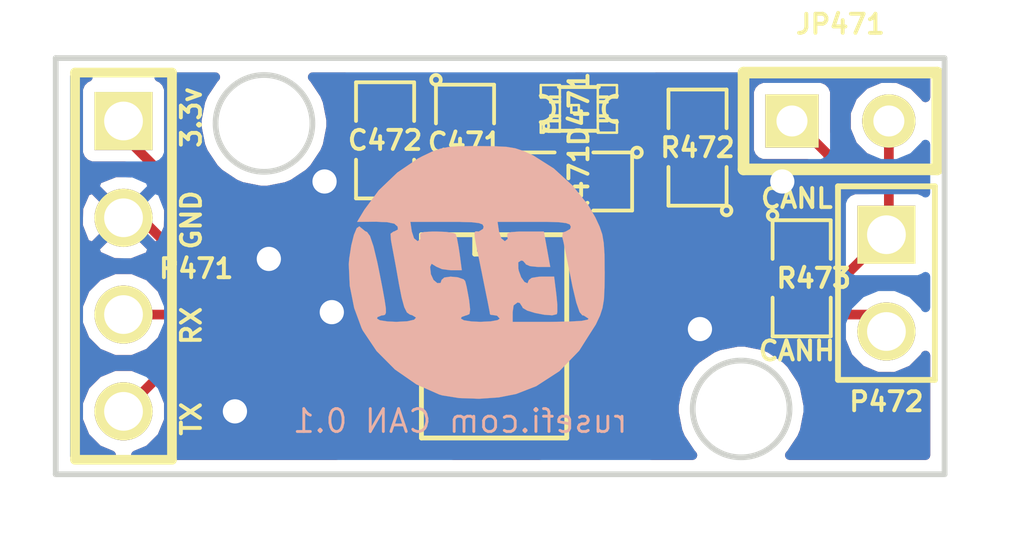
<source format=kicad_pcb>
(kicad_pcb (version 3) (host pcbnew "(2013-07-07 BZR 4022)-stable")

  (general
    (links 18)
    (no_connects 0)
    (area 133.1722 175.8569 160.147001 190.754001)
    (thickness 1.6)
    (drawings 10)
    (tracks 93)
    (zones 0)
    (modules 11)
    (nets 10)
  )

  (page A4)
  (title_block 
    (comment 2 Art_Electro)
    (comment 3 Art_Electro)
    (comment 4 Art_Electro)
  )

  (layers
    (15 F.Cu signal)
    (0 B.Cu signal)
    (16 B.Adhes user)
    (17 F.Adhes user)
    (18 B.Paste user)
    (19 F.Paste user)
    (20 B.SilkS user)
    (21 F.SilkS user)
    (22 B.Mask user)
    (23 F.Mask user)
    (24 Dwgs.User user)
    (25 Cmts.User user)
    (26 Eco1.User user)
    (27 Eco2.User user)
    (28 Edge.Cuts user)
  )

  (setup
    (last_trace_width 0.254)
    (trace_clearance 0.2032)
    (zone_clearance 0.3)
    (zone_45_only no)
    (trace_min 0.254)
    (segment_width 0.2)
    (edge_width 0.15)
    (via_size 0.889)
    (via_drill 0.635)
    (via_min_size 0.889)
    (via_min_drill 0.508)
    (uvia_size 0.508)
    (uvia_drill 0.127)
    (uvias_allowed no)
    (uvia_min_size 0.508)
    (uvia_min_drill 0.127)
    (pcb_text_width 0.3)
    (pcb_text_size 1 1)
    (mod_edge_width 0.15)
    (mod_text_size 1 1)
    (mod_text_width 0.15)
    (pad_size 1 1)
    (pad_drill 0.6)
    (pad_to_mask_clearance 0)
    (aux_axis_origin 0 0)
    (visible_elements 7FFFFB3F)
    (pcbplotparams
      (layerselection 284983297)
      (usegerberextensions true)
      (excludeedgelayer true)
      (linewidth 0.150000)
      (plotframeref false)
      (viasonmask false)
      (mode 1)
      (useauxorigin false)
      (hpglpennumber 1)
      (hpglpenspeed 20)
      (hpglpendiameter 15)
      (hpglpenoverlay 2)
      (psnegative false)
      (psa4output false)
      (plotreference true)
      (plotvalue false)
      (plotothertext true)
      (plotinvisibletext false)
      (padsonsilk false)
      (subtractmaskfromsilk false)
      (outputformat 1)
      (mirror false)
      (drillshape 0)
      (scaleselection 1)
      (outputdirectory gerber))
  )

  (net 0 "")
  (net 1 /3.3V)
  (net 2 /CANH)
  (net 3 /CANL)
  (net 4 /CAN_RX)
  (net 5 /CAN_TX)
  (net 6 GND)
  (net 7 N-0000010)
  (net 8 N-000007)
  (net 9 N-000008)

  (net_class Default "Это класс цепей по умолчанию."
    (clearance 0.2032)
    (trace_width 0.254)
    (via_dia 0.889)
    (via_drill 0.635)
    (uvia_dia 0.508)
    (uvia_drill 0.127)
    (add_net "")
    (add_net /3.3V)
    (add_net /CANH)
    (add_net /CANL)
    (add_net /CAN_RX)
    (add_net /CAN_TX)
    (add_net GND)
    (add_net N-0000010)
    (add_net N-000007)
    (add_net N-000008)
  )

  (module SM0805 (layer F.Cu) (tedit 52BF06C3) (tstamp 52A5B484)
    (at 145.4785 180.086 270)
    (path /52CAD8F7)
    (attr smd)
    (fp_text reference C471 (at 0 0 360) (layer F.SilkS)
      (effects (font (size 0.50038 0.50038) (thickness 0.1016)))
    )
    (fp_text value .1uF (at 0.127 0.889 270) (layer F.SilkS) hide
      (effects (font (size 0.50038 0.50038) (thickness 0.10922)))
    )
    (fp_circle (center -1.651 0.762) (end -1.651 0.635) (layer F.SilkS) (width 0.09906))
    (fp_line (start -0.508 0.762) (end -1.524 0.762) (layer F.SilkS) (width 0.09906))
    (fp_line (start -1.524 0.762) (end -1.524 -0.762) (layer F.SilkS) (width 0.09906))
    (fp_line (start -1.524 -0.762) (end -0.508 -0.762) (layer F.SilkS) (width 0.09906))
    (fp_line (start 0.508 -0.762) (end 1.524 -0.762) (layer F.SilkS) (width 0.09906))
    (fp_line (start 1.524 -0.762) (end 1.524 0.762) (layer F.SilkS) (width 0.09906))
    (fp_line (start 1.524 0.762) (end 0.508 0.762) (layer F.SilkS) (width 0.09906))
    (pad 1 smd rect (at -0.9525 0 270) (size 0.889 1.397)
      (layers F.Cu F.Paste F.Mask)
      (net 6 GND)
    )
    (pad 2 smd rect (at 0.9525 0 270) (size 0.889 1.397)
      (layers F.Cu F.Paste F.Mask)
      (net 1 /3.3V)
    )
    (model smd/chip_cms.wrl
      (at (xyz 0 0 0))
      (scale (xyz 0.1 0.1 0.1))
      (rotate (xyz 0 0 0))
    )
  )

  (module SM0805 (layer F.Cu) (tedit 52BF06B2) (tstamp 52A5B491)
    (at 143.383 180.0225 90)
    (path /52CAD8F6)
    (attr smd)
    (fp_text reference C472 (at 0 0 180) (layer F.SilkS)
      (effects (font (size 0.50038 0.50038) (thickness 0.1016)))
    )
    (fp_text value 4.7uF (at -0.127 1.016 90) (layer F.SilkS) hide
      (effects (font (size 0.50038 0.50038) (thickness 0.10922)))
    )
    (fp_circle (center -1.651 0.762) (end -1.651 0.635) (layer F.SilkS) (width 0.09906))
    (fp_line (start -0.508 0.762) (end -1.524 0.762) (layer F.SilkS) (width 0.09906))
    (fp_line (start -1.524 0.762) (end -1.524 -0.762) (layer F.SilkS) (width 0.09906))
    (fp_line (start -1.524 -0.762) (end -0.508 -0.762) (layer F.SilkS) (width 0.09906))
    (fp_line (start 0.508 -0.762) (end 1.524 -0.762) (layer F.SilkS) (width 0.09906))
    (fp_line (start 1.524 -0.762) (end 1.524 0.762) (layer F.SilkS) (width 0.09906))
    (fp_line (start 1.524 0.762) (end 0.508 0.762) (layer F.SilkS) (width 0.09906))
    (pad 1 smd rect (at -0.9525 0 90) (size 0.889 1.397)
      (layers F.Cu F.Paste F.Mask)
      (net 1 /3.3V)
    )
    (pad 2 smd rect (at 0.9525 0 90) (size 0.889 1.397)
      (layers F.Cu F.Paste F.Mask)
      (net 6 GND)
    )
    (model smd/chip_cms.wrl
      (at (xyz 0 0 0))
      (scale (xyz 0.1 0.1 0.1))
      (rotate (xyz 0 0 0))
    )
  )

  (module LED-0805 (layer F.Cu) (tedit 52E31BFA) (tstamp 52A5B500)
    (at 148.463 179.197 180)
    (descr "LED 0805 smd package")
    (tags "LED 0805 SMD")
    (path /52CAD8DC)
    (attr smd)
    (fp_text reference D471 (at 0 0 270) (layer F.SilkS)
      (effects (font (size 0.50038 0.50038) (thickness 0.1016)))
    )
    (fp_text value RED (at -9.144 -9.398 180) (layer F.SilkS) hide
      (effects (font (size 0.762 0.762) (thickness 0.127)))
    )
    (fp_line (start 0.49784 0.29972) (end 0.49784 0.62484) (layer F.SilkS) (width 0.06604))
    (fp_line (start 0.49784 0.62484) (end 0.99822 0.62484) (layer F.SilkS) (width 0.06604))
    (fp_line (start 0.99822 0.29972) (end 0.99822 0.62484) (layer F.SilkS) (width 0.06604))
    (fp_line (start 0.49784 0.29972) (end 0.99822 0.29972) (layer F.SilkS) (width 0.06604))
    (fp_line (start 0.49784 -0.32258) (end 0.49784 -0.17272) (layer F.SilkS) (width 0.06604))
    (fp_line (start 0.49784 -0.17272) (end 0.7493 -0.17272) (layer F.SilkS) (width 0.06604))
    (fp_line (start 0.7493 -0.32258) (end 0.7493 -0.17272) (layer F.SilkS) (width 0.06604))
    (fp_line (start 0.49784 -0.32258) (end 0.7493 -0.32258) (layer F.SilkS) (width 0.06604))
    (fp_line (start 0.49784 0.17272) (end 0.49784 0.32258) (layer F.SilkS) (width 0.06604))
    (fp_line (start 0.49784 0.32258) (end 0.7493 0.32258) (layer F.SilkS) (width 0.06604))
    (fp_line (start 0.7493 0.17272) (end 0.7493 0.32258) (layer F.SilkS) (width 0.06604))
    (fp_line (start 0.49784 0.17272) (end 0.7493 0.17272) (layer F.SilkS) (width 0.06604))
    (fp_line (start 0.49784 -0.19812) (end 0.49784 0.19812) (layer F.SilkS) (width 0.06604))
    (fp_line (start 0.49784 0.19812) (end 0.6731 0.19812) (layer F.SilkS) (width 0.06604))
    (fp_line (start 0.6731 -0.19812) (end 0.6731 0.19812) (layer F.SilkS) (width 0.06604))
    (fp_line (start 0.49784 -0.19812) (end 0.6731 -0.19812) (layer F.SilkS) (width 0.06604))
    (fp_line (start -0.99822 0.29972) (end -0.99822 0.62484) (layer F.SilkS) (width 0.06604))
    (fp_line (start -0.99822 0.62484) (end -0.49784 0.62484) (layer F.SilkS) (width 0.06604))
    (fp_line (start -0.49784 0.29972) (end -0.49784 0.62484) (layer F.SilkS) (width 0.06604))
    (fp_line (start -0.99822 0.29972) (end -0.49784 0.29972) (layer F.SilkS) (width 0.06604))
    (fp_line (start -0.99822 -0.62484) (end -0.99822 -0.29972) (layer F.SilkS) (width 0.06604))
    (fp_line (start -0.99822 -0.29972) (end -0.49784 -0.29972) (layer F.SilkS) (width 0.06604))
    (fp_line (start -0.49784 -0.62484) (end -0.49784 -0.29972) (layer F.SilkS) (width 0.06604))
    (fp_line (start -0.99822 -0.62484) (end -0.49784 -0.62484) (layer F.SilkS) (width 0.06604))
    (fp_line (start -0.7493 0.17272) (end -0.7493 0.32258) (layer F.SilkS) (width 0.06604))
    (fp_line (start -0.7493 0.32258) (end -0.49784 0.32258) (layer F.SilkS) (width 0.06604))
    (fp_line (start -0.49784 0.17272) (end -0.49784 0.32258) (layer F.SilkS) (width 0.06604))
    (fp_line (start -0.7493 0.17272) (end -0.49784 0.17272) (layer F.SilkS) (width 0.06604))
    (fp_line (start -0.7493 -0.32258) (end -0.7493 -0.17272) (layer F.SilkS) (width 0.06604))
    (fp_line (start -0.7493 -0.17272) (end -0.49784 -0.17272) (layer F.SilkS) (width 0.06604))
    (fp_line (start -0.49784 -0.32258) (end -0.49784 -0.17272) (layer F.SilkS) (width 0.06604))
    (fp_line (start -0.7493 -0.32258) (end -0.49784 -0.32258) (layer F.SilkS) (width 0.06604))
    (fp_line (start -0.6731 -0.19812) (end -0.6731 0.19812) (layer F.SilkS) (width 0.06604))
    (fp_line (start -0.6731 0.19812) (end -0.49784 0.19812) (layer F.SilkS) (width 0.06604))
    (fp_line (start -0.49784 -0.19812) (end -0.49784 0.19812) (layer F.SilkS) (width 0.06604))
    (fp_line (start -0.6731 -0.19812) (end -0.49784 -0.19812) (layer F.SilkS) (width 0.06604))
    (fp_line (start 0 -0.09906) (end 0 0.09906) (layer F.SilkS) (width 0.06604))
    (fp_line (start 0 0.09906) (end 0.19812 0.09906) (layer F.SilkS) (width 0.06604))
    (fp_line (start 0.19812 -0.09906) (end 0.19812 0.09906) (layer F.SilkS) (width 0.06604))
    (fp_line (start 0 -0.09906) (end 0.19812 -0.09906) (layer F.SilkS) (width 0.06604))
    (fp_line (start 0.49784 -0.59944) (end 0.49784 -0.29972) (layer F.SilkS) (width 0.06604))
    (fp_line (start 0.49784 -0.29972) (end 0.79756 -0.29972) (layer F.SilkS) (width 0.06604))
    (fp_line (start 0.79756 -0.59944) (end 0.79756 -0.29972) (layer F.SilkS) (width 0.06604))
    (fp_line (start 0.49784 -0.59944) (end 0.79756 -0.59944) (layer F.SilkS) (width 0.06604))
    (fp_line (start 0.92456 -0.62484) (end 0.92456 -0.39878) (layer F.SilkS) (width 0.06604))
    (fp_line (start 0.92456 -0.39878) (end 0.99822 -0.39878) (layer F.SilkS) (width 0.06604))
    (fp_line (start 0.99822 -0.62484) (end 0.99822 -0.39878) (layer F.SilkS) (width 0.06604))
    (fp_line (start 0.92456 -0.62484) (end 0.99822 -0.62484) (layer F.SilkS) (width 0.06604))
    (fp_line (start 0.52324 0.57404) (end -0.52324 0.57404) (layer F.SilkS) (width 0.1016))
    (fp_line (start -0.49784 -0.57404) (end 0.92456 -0.57404) (layer F.SilkS) (width 0.1016))
    (fp_circle (center 0.84836 -0.44958) (end 0.89916 -0.50038) (layer F.SilkS) (width 0.0508))
    (fp_arc (start 0.99822 0) (end 0.99822 0.34798) (angle 180) (layer F.SilkS) (width 0.1016))
    (fp_arc (start -0.99822 0) (end -0.99822 -0.34798) (angle 180) (layer F.SilkS) (width 0.1016))
    (pad 1 smd rect (at -1.04902 0 180) (size 1.19888 1.19888)
      (layers F.Cu F.Paste F.Mask)
      (net 7 N-0000010)
    )
    (pad 2 smd rect (at 1.04902 0 180) (size 1.19888 1.19888)
      (layers F.Cu F.Paste F.Mask)
      (net 6 GND)
    )
    (model lib/3d/LED_0805.wrl
      (at (xyz 0 0 0))
      (scale (xyz 1 1 1))
      (rotate (xyz 0 0 0))
    )
  )

  (module SM0805 (layer F.Cu) (tedit 52E31BF2) (tstamp 52CAE20D)
    (at 148.336 181.102 180)
    (path /52CAD8DB)
    (attr smd)
    (fp_text reference R471 (at -0.127 0 270) (layer F.SilkS)
      (effects (font (size 0.50038 0.50038) (thickness 0.1016)))
    )
    (fp_text value 1k (at 0 -1.143 180) (layer F.SilkS) hide
      (effects (font (size 0.50038 0.50038) (thickness 0.10922)))
    )
    (fp_circle (center -1.651 0.762) (end -1.651 0.635) (layer F.SilkS) (width 0.09906))
    (fp_line (start -0.508 0.762) (end -1.524 0.762) (layer F.SilkS) (width 0.09906))
    (fp_line (start -1.524 0.762) (end -1.524 -0.762) (layer F.SilkS) (width 0.09906))
    (fp_line (start -1.524 -0.762) (end -0.508 -0.762) (layer F.SilkS) (width 0.09906))
    (fp_line (start 0.508 -0.762) (end 1.524 -0.762) (layer F.SilkS) (width 0.09906))
    (fp_line (start 1.524 -0.762) (end 1.524 0.762) (layer F.SilkS) (width 0.09906))
    (fp_line (start 1.524 0.762) (end 0.508 0.762) (layer F.SilkS) (width 0.09906))
    (pad 1 smd rect (at -0.9525 0 180) (size 0.889 1.397)
      (layers F.Cu F.Paste F.Mask)
      (net 7 N-0000010)
    )
    (pad 2 smd rect (at 0.9525 0 180) (size 0.889 1.397)
      (layers F.Cu F.Paste F.Mask)
      (net 1 /3.3V)
    )
    (model smd/chip_cms.wrl
      (at (xyz 0 0 0))
      (scale (xyz 0.1 0.1 0.1))
      (rotate (xyz 0 0 0))
    )
  )

  (module SM0805 (layer F.Cu) (tedit 52BF0690) (tstamp 52A5B5C2)
    (at 151.5745 180.213 90)
    (path /52CADB46)
    (attr smd)
    (fp_text reference R472 (at 0 0 180) (layer F.SilkS)
      (effects (font (size 0.50038 0.50038) (thickness 0.1016)))
    )
    (fp_text value 10k (at 0 0.889 90) (layer F.SilkS) hide
      (effects (font (size 0.50038 0.50038) (thickness 0.10922)))
    )
    (fp_circle (center -1.651 0.762) (end -1.651 0.635) (layer F.SilkS) (width 0.09906))
    (fp_line (start -0.508 0.762) (end -1.524 0.762) (layer F.SilkS) (width 0.09906))
    (fp_line (start -1.524 0.762) (end -1.524 -0.762) (layer F.SilkS) (width 0.09906))
    (fp_line (start -1.524 -0.762) (end -0.508 -0.762) (layer F.SilkS) (width 0.09906))
    (fp_line (start 0.508 -0.762) (end 1.524 -0.762) (layer F.SilkS) (width 0.09906))
    (fp_line (start 1.524 -0.762) (end 1.524 0.762) (layer F.SilkS) (width 0.09906))
    (fp_line (start 1.524 0.762) (end 0.508 0.762) (layer F.SilkS) (width 0.09906))
    (pad 1 smd rect (at -0.9525 0 90) (size 0.889 1.397)
      (layers F.Cu F.Paste F.Mask)
      (net 8 N-000007)
    )
    (pad 2 smd rect (at 0.9525 0 90) (size 0.889 1.397)
      (layers F.Cu F.Paste F.Mask)
      (net 6 GND)
    )
    (model smd/chip_cms.wrl
      (at (xyz 0 0 0))
      (scale (xyz 0.1 0.1 0.1))
      (rotate (xyz 0 0 0))
    )
  )

  (module LOGO_F (layer B.Cu) (tedit 0) (tstamp 52BD6D4F)
    (at 145.796 183.515)
    (path /52CADA22)
    (fp_text reference G471 (at 0 -4.14782) (layer B.SilkS) hide
      (effects (font (size 1.524 1.524) (thickness 0.3048)) (justify mirror))
    )
    (fp_text value LOGO (at 0 4.14782) (layer B.SilkS) hide
      (effects (font (size 1.524 1.524) (thickness 0.3048)) (justify mirror))
    )
    (fp_poly (pts (xy 3.34518 -0.04318) (xy 3.3401 0.381) (xy 3.32486 0.68326) (xy 3.28676 0.90932)
      (xy 3.22326 1.1049) (xy 3.12166 1.3208) (xy 3.10896 1.3462) (xy 2.921 1.64084)
      (xy 2.921 1.18618) (xy 2.79654 1.1049) (xy 2.75844 1.09982) (xy 2.68732 1.016)
      (xy 2.60096 0.76708) (xy 2.5019 0.35052) (xy 2.46126 0.14732) (xy 2.38252 -0.24638)
      (xy 2.31394 -0.58928) (xy 2.2606 -0.84074) (xy 2.23266 -0.9525) (xy 2.2479 -1.07696)
      (xy 2.32156 -1.09982) (xy 2.4384 -1.16586) (xy 2.45618 -1.22682) (xy 2.42824 -1.28524)
      (xy 2.33172 -1.3208) (xy 2.13868 -1.34366) (xy 1.82372 -1.35382) (xy 1.49606 -1.35382)
      (xy 0.53594 -1.35382) (xy 0.57404 -1.09982) (xy 0.63246 -0.92202) (xy 0.7239 -0.84836)
      (xy 0.72644 -0.84582) (xy 0.80264 -0.90678) (xy 0.79248 -0.97536) (xy 0.79248 -1.04648)
      (xy 0.889 -1.08458) (xy 1.10744 -1.09982) (xy 1.24714 -1.09982) (xy 1.75006 -1.09982)
      (xy 1.83388 -0.635) (xy 1.9177 -0.17018) (xy 1.59258 -0.17018) (xy 1.38684 -0.1905)
      (xy 1.27508 -0.23876) (xy 1.27 -0.254) (xy 1.20142 -0.3302) (xy 1.15316 -0.33782)
      (xy 1.0795 -0.2921) (xy 1.08204 -0.127) (xy 1.0922 -0.07112) (xy 1.1557 0.1016)
      (xy 1.24206 0.22352) (xy 1.3208 0.25908) (xy 1.35382 0.1778) (xy 1.35382 0.17526)
      (xy 1.43002 0.11684) (xy 1.61544 0.08636) (xy 1.68656 0.08382) (xy 2.0193 0.08382)
      (xy 2.07772 0.55372) (xy 2.10312 0.81788) (xy 2.10312 1.01092) (xy 2.09042 1.06934)
      (xy 1.9685 1.09982) (xy 1.76022 1.08458) (xy 1.52146 1.03886) (xy 1.31318 0.97536)
      (xy 1.1938 0.90424) (xy 1.18618 0.88138) (xy 1.1176 0.7747) (xy 1.05918 0.762)
      (xy 0.95758 0.8382) (xy 0.93218 1.016) (xy 0.93218 1.27) (xy 1.95072 1.27)
      (xy 2.42062 1.26238) (xy 2.74066 1.2446) (xy 2.90322 1.21158) (xy 2.921 1.18618)
      (xy 2.921 1.64084) (xy 2.67716 2.02692) (xy 2.15646 2.5654) (xy 1.5494 2.9591)
      (xy 1.02108 3.16484) (xy 0.59182 3.24866) (xy 0.59182 1.18618) (xy 0.52324 1.10998)
      (xy 0.46482 1.09982) (xy 0.35306 1.08458) (xy 0.33782 1.06934) (xy 0.32258 0.98044)
      (xy 0.2794 0.75692) (xy 0.21336 0.4318) (xy 0.13462 0.04064) (xy 0.127 0)
      (xy 0.03556 -0.44958) (xy -0.02794 -0.75692) (xy -0.06096 -0.94996) (xy -0.06858 -1.0541)
      (xy -0.05334 -1.09728) (xy -0.01524 -1.1049) (xy 0.04318 -1.09982) (xy 0.15494 -1.1684)
      (xy 0.17018 -1.22682) (xy 0.14224 -1.28524) (xy 0.04572 -1.3208) (xy -0.14732 -1.34366)
      (xy -0.46228 -1.35382) (xy -0.78994 -1.35382) (xy -1.75006 -1.35382) (xy -1.71196 -1.09982)
      (xy -1.65354 -0.92202) (xy -1.5621 -0.84836) (xy -1.55956 -0.84582) (xy -1.48336 -0.90678)
      (xy -1.49352 -0.97282) (xy -1.49098 -1.04902) (xy -1.39446 -1.08712) (xy -1.1684 -1.09982)
      (xy -1.07188 -1.09982) (xy -0.80772 -1.08966) (xy -0.61976 -1.05918) (xy -0.56134 -1.03378)
      (xy -0.52578 -0.9144) (xy -0.48514 -0.69088) (xy -0.45974 -0.52578) (xy -0.40132 -0.08382)
      (xy -0.69342 -0.08382) (xy -0.91948 -0.11176) (xy -1.07696 -0.18034) (xy -1.08204 -0.18542)
      (xy -1.1938 -0.254) (xy -1.2319 -0.17018) (xy -1.21158 0.02032) (xy -1.143 0.17018)
      (xy -1.04394 0.254) (xy -0.95758 0.24892) (xy -0.93218 0.17018) (xy -0.86106 0.10668)
      (xy -0.69596 0.08382) (xy -0.50546 0.1016) (xy -0.35306 0.15494) (xy -0.31242 0.20066)
      (xy -0.27432 0.35052) (xy -0.2286 0.59436) (xy -0.20828 0.70866) (xy -0.18288 0.94996)
      (xy -0.20066 1.0668) (xy -0.27686 1.09982) (xy -0.28702 1.09982) (xy -0.4064 1.143)
      (xy -0.42418 1.18618) (xy -0.34544 1.22936) (xy -0.14478 1.25984) (xy 0.08382 1.27)
      (xy 0.3556 1.2573) (xy 0.53848 1.22428) (xy 0.59182 1.18618) (xy 0.59182 3.24866)
      (xy 0.5715 3.25374) (xy 0.0508 3.2893) (xy -0.4699 3.27152) (xy -0.91694 3.2004)
      (xy -0.99314 3.17754) (xy -1.59004 2.91338) (xy -2.15392 2.52222) (xy -2.63652 2.03708)
      (xy -2.99974 1.49606) (xy -3.03022 1.43256) (xy -3.22326 0.90932) (xy -3.3401 0.32258)
      (xy -3.3655 -0.2413) (xy -3.3528 -0.39624) (xy -3.29946 -0.7366) (xy -3.23088 -1.01092)
      (xy -3.15722 -1.18872) (xy -3.0861 -1.23698) (xy -3.06578 -1.21666) (xy -2.93624 -1.10998)
      (xy -2.88544 -1.08712) (xy -2.80924 -0.98298) (xy -2.7178 -0.71374) (xy -2.6162 -0.2921)
      (xy -2.57302 -0.08128) (xy -2.48158 0.38354) (xy -2.42316 0.70612) (xy -2.39268 0.9144)
      (xy -2.39014 1.03124) (xy -2.41554 1.08458) (xy -2.4638 1.09982) (xy -2.49682 1.09982)
      (xy -2.61112 1.14554) (xy -2.62382 1.18618) (xy -2.54762 1.22936) (xy -2.34696 1.25984)
      (xy -2.11582 1.27) (xy -1.8288 1.25476) (xy -1.651 1.21412) (xy -1.60274 1.15824)
      (xy -1.7018 1.09728) (xy -1.76276 1.0795) (xy -1.8415 1.02362) (xy -1.91008 0.88646)
      (xy -1.97866 0.63754) (xy -2.05486 0.25146) (xy -2.06248 0.2032) (xy -2.13106 -0.18288)
      (xy -2.19456 -0.52578) (xy -2.24282 -0.78232) (xy -2.25806 -0.86868) (xy -2.27076 -1.0414)
      (xy -2.19202 -1.09982) (xy -2.1717 -1.10236) (xy -2.07772 -1.15316) (xy -2.08534 -1.22936)
      (xy -2.1717 -1.30556) (xy -2.36728 -1.3462) (xy -2.6416 -1.35636) (xy -3.14706 -1.35382)
      (xy -2.95656 -1.67132) (xy -2.5781 -2.18186) (xy -2.09296 -2.64668) (xy -1.55702 -3.01244)
      (xy -1.44018 -3.0734) (xy -1.18618 -3.19532) (xy -0.97536 -3.27152) (xy -0.75692 -3.31724)
      (xy -0.48514 -3.33756) (xy -0.10668 -3.34264) (xy 0.04064 -3.34264) (xy 0.46482 -3.33756)
      (xy 0.76962 -3.32232) (xy 1.00076 -3.28422) (xy 1.2065 -3.21564) (xy 1.43764 -3.1115)
      (xy 1.47574 -3.09372) (xy 2.00914 -2.7559) (xy 2.50444 -2.30378) (xy 2.91592 -1.78816)
      (xy 3.10134 -1.46812) (xy 3.21056 -1.2319) (xy 3.28168 -1.02616) (xy 3.31978 -0.8001)
      (xy 3.3401 -0.50546) (xy 3.34264 -0.09398) (xy 3.34518 -0.04318) (xy 3.34518 -0.04318)) (layer B.SilkS) (width 0.00254))
  )

  (module PIN_ARRAY_4x1 (layer F.Cu) (tedit 52CAE529) (tstamp 52CAE5B8)
    (at 136.525 183.3245 270)
    (descr "Double rangee de contacts 2 x 5 pins")
    (tags CONN)
    (path /52CADBD0)
    (fp_text reference P471 (at 0.0635 -1.905 360) (layer F.SilkS)
      (effects (font (size 0.50038 0.50038) (thickness 0.1016)))
    )
    (fp_text value CONN_4 (at 0 2.54 270) (layer F.SilkS) hide
      (effects (font (size 1.016 1.016) (thickness 0.2032)))
    )
    (fp_line (start 5.08 1.27) (end -5.08 1.27) (layer F.SilkS) (width 0.254))
    (fp_line (start 5.08 -1.27) (end -5.08 -1.27) (layer F.SilkS) (width 0.254))
    (fp_line (start -5.08 -1.27) (end -5.08 1.27) (layer F.SilkS) (width 0.254))
    (fp_line (start 5.08 1.27) (end 5.08 -1.27) (layer F.SilkS) (width 0.254))
    (pad 1 thru_hole rect (at -3.81 0 270) (size 1.524 1.524) (drill 1.016)
      (layers *.Cu *.Mask F.SilkS)
      (net 1 /3.3V)
    )
    (pad 2 thru_hole circle (at -1.27 0 270) (size 1.524 1.524) (drill 1.016)
      (layers *.Cu *.Mask F.SilkS)
      (net 6 GND)
    )
    (pad 3 thru_hole circle (at 1.27 0 270) (size 1.524 1.524) (drill 1.016)
      (layers *.Cu *.Mask F.SilkS)
      (net 4 /CAN_RX)
    )
    (pad 4 thru_hole circle (at 3.81 0 270) (size 1.524 1.524) (drill 1.016)
      (layers *.Cu *.Mask F.SilkS)
      (net 5 /CAN_TX)
    )
    (model pin_array\pins_array_4x1.wrl
      (at (xyz 0 0 0))
      (scale (xyz 1 1 1))
      (rotate (xyz 0 0 0))
    )
  )

  (module PIN_ARRAY_2_A (layer F.Cu) (tedit 52CD31BA) (tstamp 52CAE14B)
    (at 156.5275 183.769 270)
    (descr "Connecter 2 pins")
    (tags "PIN 2")
    (path /52CADBC1)
    (fp_text reference P472 (at 3.1115 0 360) (layer F.SilkS)
      (effects (font (size 0.50038 0.50038) (thickness 0.1016)))
    )
    (fp_text value CONN_2 (at 0 1.905 270) (layer F.SilkS) hide
      (effects (font (size 0.762 0.762) (thickness 0.1524)))
    )
    (fp_line (start -2.54 1.27) (end -2.54 -1.27) (layer F.SilkS) (width 0.1524))
    (fp_line (start -2.54 -1.27) (end 2.54 -1.27) (layer F.SilkS) (width 0.1524))
    (fp_line (start 2.54 -1.27) (end 2.54 1.27) (layer F.SilkS) (width 0.1524))
    (fp_line (start 2.54 1.27) (end -2.54 1.27) (layer F.SilkS) (width 0.1524))
    (pad 1 thru_hole rect (at -1.27 0 270) (size 1.524 1.524) (drill 1.016)
      (layers *.Cu *.Mask F.SilkS)
      (net 3 /CANL)
    )
    (pad 2 thru_hole circle (at 1.27 0 270) (size 1.524 1.524) (drill 1.016)
      (layers *.Cu *.Mask F.SilkS)
      (net 2 /CANH)
    )
    (model pin_array/pins_array_2x1.wrl
      (at (xyz 0 0 0))
      (scale (xyz 1 1 1))
      (rotate (xyz 0 0 0))
    )
  )

  (module SO8E (layer F.Cu) (tedit 52E31C8B) (tstamp 52CAE154)
    (at 146.2405 185.166 270)
    (descr "module CMS SOJ 8 pins etroit")
    (tags "CMS SOJ")
    (path /52CD2CA4)
    (attr smd)
    (fp_text reference U471 (at 0 -0.889 360) (layer F.SilkS)
      (effects (font (size 0.50038 0.50038) (thickness 0.1016)))
    )
    (fp_text value SN65HVD230 (at 0 1.016 270) (layer F.SilkS) hide
      (effects (font (size 0.889 0.889) (thickness 0.1524)))
    )
    (fp_line (start -2.667 1.778) (end -2.667 1.905) (layer F.SilkS) (width 0.127))
    (fp_line (start -2.667 1.905) (end 2.667 1.905) (layer F.SilkS) (width 0.127))
    (fp_line (start 2.667 -1.905) (end -2.667 -1.905) (layer F.SilkS) (width 0.127))
    (fp_line (start -2.667 -1.905) (end -2.667 1.778) (layer F.SilkS) (width 0.127))
    (fp_line (start -2.667 -0.508) (end -2.159 -0.508) (layer F.SilkS) (width 0.127))
    (fp_line (start -2.159 -0.508) (end -2.159 0.508) (layer F.SilkS) (width 0.127))
    (fp_line (start -2.159 0.508) (end -2.667 0.508) (layer F.SilkS) (width 0.127))
    (fp_line (start 2.667 -1.905) (end 2.667 1.905) (layer F.SilkS) (width 0.127))
    (pad 8 smd rect (at -1.905 -2.667 270) (size 0.59944 1.39954)
      (layers F.Cu F.Paste F.Mask)
      (net 8 N-000007)
    )
    (pad 1 smd rect (at -1.905 2.667 270) (size 0.59944 1.39954)
      (layers F.Cu F.Paste F.Mask)
      (net 5 /CAN_TX)
    )
    (pad 7 smd rect (at -0.635 -2.667 270) (size 0.59944 1.39954)
      (layers F.Cu F.Paste F.Mask)
      (net 2 /CANH)
    )
    (pad 6 smd rect (at 0.635 -2.667 270) (size 0.59944 1.39954)
      (layers F.Cu F.Paste F.Mask)
      (net 3 /CANL)
    )
    (pad 5 smd rect (at 1.905 -2.667 270) (size 0.59944 1.39954)
      (layers F.Cu F.Paste F.Mask)
    )
    (pad 2 smd rect (at -0.635 2.667 270) (size 0.59944 1.39954)
      (layers F.Cu F.Paste F.Mask)
      (net 6 GND)
    )
    (pad 3 smd rect (at 0.635 2.667 270) (size 0.59944 1.39954)
      (layers F.Cu F.Paste F.Mask)
      (net 1 /3.3V)
    )
    (pad 4 smd rect (at 1.905 2.667 270) (size 0.59944 1.39954)
      (layers F.Cu F.Paste F.Mask)
      (net 4 /CAN_RX)
    )
    (model smd/cms_so8.wrl
      (at (xyz 0 0 0))
      (scale (xyz 0.5 0.32 0.5))
      (rotate (xyz 0 0 0))
    )
  )

  (module SIL-2 (layer F.Cu) (tedit 52CD2E18) (tstamp 52CD2E9F)
    (at 155.321 179.5145)
    (descr "Connecteurs 2 pins")
    (tags "CONN DEV")
    (path /52CD2DEF)
    (fp_text reference JP471 (at 0 -2.54) (layer F.SilkS)
      (effects (font (size 0.50038 0.50038) (thickness 0.1016)))
    )
    (fp_text value JUMPER (at 0 -2.54) (layer F.SilkS) hide
      (effects (font (size 1.524 1.016) (thickness 0.3048)))
    )
    (fp_line (start -2.54 1.27) (end -2.54 -1.27) (layer F.SilkS) (width 0.3048))
    (fp_line (start -2.54 -1.27) (end 2.54 -1.27) (layer F.SilkS) (width 0.3048))
    (fp_line (start 2.54 -1.27) (end 2.54 1.27) (layer F.SilkS) (width 0.3048))
    (fp_line (start 2.54 1.27) (end -2.54 1.27) (layer F.SilkS) (width 0.3048))
    (pad 1 thru_hole rect (at -1.27 0) (size 1.397 1.397) (drill 0.8128)
      (layers *.Cu *.Mask F.SilkS)
      (net 9 N-000008)
    )
    (pad 2 thru_hole circle (at 1.27 0) (size 1.397 1.397) (drill 0.8128)
      (layers *.Cu *.Mask F.SilkS)
      (net 3 /CANL)
    )
    (model lib/3d/jumper-2.wrl
      (at (xyz 0 0 0))
      (scale (xyz 1 1 1))
      (rotate (xyz 0 0 0))
    )
  )

  (module SM0805 (layer F.Cu) (tedit 52E31BC9) (tstamp 52CD2EAC)
    (at 154.305 183.642 270)
    (path /52CD2DE2)
    (attr smd)
    (fp_text reference R473 (at 0 -0.3175 360) (layer F.SilkS)
      (effects (font (size 0.50038 0.50038) (thickness 0.10922)))
    )
    (fp_text value 120 (at 0 0.381 270) (layer F.SilkS) hide
      (effects (font (size 0.50038 0.50038) (thickness 0.10922)))
    )
    (fp_circle (center -1.651 0.762) (end -1.651 0.635) (layer F.SilkS) (width 0.09906))
    (fp_line (start -0.508 0.762) (end -1.524 0.762) (layer F.SilkS) (width 0.09906))
    (fp_line (start -1.524 0.762) (end -1.524 -0.762) (layer F.SilkS) (width 0.09906))
    (fp_line (start -1.524 -0.762) (end -0.508 -0.762) (layer F.SilkS) (width 0.09906))
    (fp_line (start 0.508 -0.762) (end 1.524 -0.762) (layer F.SilkS) (width 0.09906))
    (fp_line (start 1.524 -0.762) (end 1.524 0.762) (layer F.SilkS) (width 0.09906))
    (fp_line (start 1.524 0.762) (end 0.508 0.762) (layer F.SilkS) (width 0.09906))
    (pad 1 smd rect (at -0.9525 0 270) (size 0.889 1.397)
      (layers F.Cu F.Paste F.Mask)
      (net 9 N-000008)
    )
    (pad 2 smd rect (at 0.9525 0 270) (size 0.889 1.397)
      (layers F.Cu F.Paste F.Mask)
      (net 2 /CANH)
    )
    (model smd/chip_cms.wrl
      (at (xyz 0 0 0))
      (scale (xyz 0.1 0.1 0.1))
      (rotate (xyz 0 0 0))
    )
  )

  (gr_text "rusefi.com CAN 0.1" (at 145.3515 187.3885) (layer B.SilkS)
    (effects (font (size 0.6 0.6) (thickness 0.075)) (justify mirror))
  )
  (gr_text CANL (at 154.178 181.5465) (layer F.SilkS)
    (effects (font (size 0.50038 0.50038) (thickness 0.1016)))
  )
  (gr_text CANH (at 154.178 185.547) (layer F.SilkS)
    (effects (font (size 0.50038 0.50038) (thickness 0.1016)))
  )
  (gr_text "TX    RX    GND   3.3v" (at 138.303 183.1975 90) (layer F.SilkS)
    (effects (font (size 0.50038 0.50038) (thickness 0.1016)))
  )
  (gr_line (start 158.0515 188.7855) (end 158.0515 177.927) (angle 90) (layer Edge.Cuts) (width 0.15))
  (gr_line (start 134.747 188.7855) (end 158.0515 188.7855) (angle 90) (layer Edge.Cuts) (width 0.15))
  (gr_circle (center 140.208 179.578) (end 141.478 179.578) (layer Edge.Cuts) (width 0.15))
  (gr_line (start 158.0515 177.8635) (end 134.747 177.8635) (angle 90) (layer Edge.Cuts) (width 0.15))
  (gr_line (start 134.747 177.8635) (end 134.747 188.7855) (angle 90) (layer Edge.Cuts) (width 0.15))
  (gr_circle (center 152.7175 187.071) (end 153.9875 187.071) (layer Edge.Cuts) (width 0.15))

  (segment (start 143.5735 185.801) (end 141.986 185.801) (width 0.254) (layer F.Cu) (net 1))
  (segment (start 141.6685 183.515) (end 141.6685 182.118) (width 0.254) (layer F.Cu) (net 1) (tstamp 52CAEBE8))
  (segment (start 141.1605 184.023) (end 141.6685 183.515) (width 0.254) (layer F.Cu) (net 1) (tstamp 52CAEBE2))
  (segment (start 141.1605 184.9755) (end 141.1605 184.023) (width 0.254) (layer F.Cu) (net 1) (tstamp 52CAEBDC))
  (segment (start 141.986 185.801) (end 141.1605 184.9755) (width 0.254) (layer F.Cu) (net 1) (tstamp 52CAEBD8))
  (segment (start 136.525 179.5145) (end 136.525 179.8955) (width 0.254) (layer F.Cu) (net 1))
  (segment (start 142.24 182.118) (end 143.383 180.975) (width 0.254) (layer F.Cu) (net 1) (tstamp 52CAE72A))
  (segment (start 138.7475 182.118) (end 141.6685 182.118) (width 0.254) (layer F.Cu) (net 1) (tstamp 52CAE728))
  (segment (start 141.6685 182.118) (end 142.24 182.118) (width 0.254) (layer F.Cu) (net 1) (tstamp 52CAEBEC))
  (segment (start 136.525 179.8955) (end 138.7475 182.118) (width 0.254) (layer F.Cu) (net 1) (tstamp 52CAE727))
  (segment (start 145.4785 181.0385) (end 143.4465 181.0385) (width 0.254) (layer F.Cu) (net 1))
  (segment (start 143.4465 181.0385) (end 143.383 180.975) (width 0.254) (layer F.Cu) (net 1) (tstamp 52CAE5D4))
  (segment (start 147.3835 181.102) (end 145.542 181.102) (width 0.254) (layer F.Cu) (net 1))
  (segment (start 145.542 181.102) (end 145.4785 181.0385) (width 0.254) (layer F.Cu) (net 1) (tstamp 52CAE5D1))
  (segment (start 150.6855 184.404) (end 150.698202 184.404) (width 0.254) (layer F.Cu) (net 2))
  (segment (start 147.574 185.039) (end 147.574 187.6425) (width 0.254) (layer F.Cu) (net 2) (tstamp 52CAEE2D))
  (segment (start 147.574 187.6425) (end 147.8915 187.96) (width 0.254) (layer F.Cu) (net 2) (tstamp 52CAEE2F))
  (segment (start 147.8915 187.96) (end 149.9235 187.96) (width 0.254) (layer F.Cu) (net 2) (tstamp 52CAEE31))
  (segment (start 149.9235 187.96) (end 150.241 187.6425) (width 0.254) (layer F.Cu) (net 2) (tstamp 52CAEE34))
  (segment (start 150.241 187.6425) (end 150.241 185.928) (width 0.254) (layer F.Cu) (net 2) (tstamp 52CAEE37))
  (segment (start 150.241 185.928) (end 150.6855 185.4835) (width 0.254) (layer F.Cu) (net 2) (tstamp 52CAEE3C))
  (segment (start 150.6855 185.4835) (end 150.6855 184.404) (width 0.254) (layer F.Cu) (net 2) (tstamp 52CAEE3F))
  (segment (start 148.082 184.531) (end 147.574 185.039) (width 0.254) (layer F.Cu) (net 2) (tstamp 52CAEE29))
  (segment (start 148.9075 184.531) (end 148.082 184.531) (width 0.254) (layer F.Cu) (net 2))
  (segment (start 153.746202 184.035702) (end 154.305 184.5945) (width 0.254) (layer F.Cu) (net 2) (tstamp 52CD3153))
  (segment (start 151.0665 184.035702) (end 153.746202 184.035702) (width 0.254) (layer F.Cu) (net 2) (tstamp 52CD314F))
  (segment (start 150.698202 184.404) (end 151.0665 184.035702) (width 0.254) (layer F.Cu) (net 2) (tstamp 52CD314C))
  (segment (start 154.305 184.5945) (end 156.083 184.5945) (width 0.254) (layer F.Cu) (net 2))
  (segment (start 156.083 184.5945) (end 156.5275 185.039) (width 0.254) (layer F.Cu) (net 2) (tstamp 52CD30A6))
  (segment (start 156.5275 182.499) (end 155.448 183.5785) (width 0.254) (layer F.Cu) (net 3))
  (segment (start 149.6695 185.801) (end 150.1775 185.293) (width 0.254) (layer F.Cu) (net 3) (tstamp 52CAEDDE))
  (segment (start 150.1775 185.293) (end 150.241 183.896) (width 0.254) (layer F.Cu) (net 3) (tstamp 52CAEDE2))
  (segment (start 149.6695 185.801) (end 148.9075 185.801) (width 0.254) (layer F.Cu) (net 3))
  (segment (start 150.697082 183.5785) (end 150.241 183.896) (width 0.254) (layer F.Cu) (net 3) (tstamp 52CD3110))
  (segment (start 155.448 183.5785) (end 150.697082 183.5785) (width 0.254) (layer F.Cu) (net 3) (tstamp 52CD310B))
  (segment (start 156.591 179.5145) (end 156.591 182.4355) (width 0.254) (layer F.Cu) (net 3))
  (segment (start 156.591 182.4355) (end 156.5275 182.499) (width 0.254) (layer F.Cu) (net 3) (tstamp 52CD309A))
  (segment (start 136.525 184.5945) (end 140.0175 184.5945) (width 0.254) (layer F.Cu) (net 4))
  (segment (start 142.494 187.071) (end 143.5735 187.071) (width 0.254) (layer F.Cu) (net 4) (tstamp 52CAEC02))
  (segment (start 140.0175 184.5945) (end 142.494 187.071) (width 0.254) (layer F.Cu) (net 4) (tstamp 52CAEBF7))
  (segment (start 143.5735 183.261) (end 144.526 183.261) (width 0.254) (layer F.Cu) (net 5))
  (segment (start 138.4935 185.166) (end 136.525 187.1345) (width 0.254) (layer F.Cu) (net 5) (tstamp 52CAECAD))
  (segment (start 139.7635 185.166) (end 138.4935 185.166) (width 0.254) (layer F.Cu) (net 5) (tstamp 52CAECAB))
  (segment (start 142.5575 187.96) (end 139.7635 185.166) (width 0.254) (layer F.Cu) (net 5) (tstamp 52CAEC9F))
  (segment (start 144.7165 187.96) (end 142.5575 187.96) (width 0.254) (layer F.Cu) (net 5) (tstamp 52CAEC99))
  (segment (start 145.0975 187.579) (end 144.7165 187.96) (width 0.254) (layer F.Cu) (net 5) (tstamp 52CAEC94))
  (segment (start 145.0975 183.8325) (end 145.0975 187.579) (width 0.254) (layer F.Cu) (net 5) (tstamp 52CAEC8B))
  (segment (start 144.526 183.261) (end 145.0975 183.8325) (width 0.254) (layer F.Cu) (net 5) (tstamp 52CAEC89))
  (segment (start 151.5745 179.2605) (end 152.527 179.2605) (width 0.254) (layer F.Cu) (net 6))
  (via (at 151.638 184.9755) (size 0.889) (layers F.Cu B.Cu) (net 6))
  (segment (start 151.638 183.261) (end 151.638 184.9755) (width 0.254) (layer B.Cu) (net 6) (tstamp 52CD3230))
  (segment (start 153.797 181.102) (end 151.638 183.261) (width 0.254) (layer B.Cu) (net 6) (tstamp 52CD322F))
  (via (at 153.797 181.102) (size 0.889) (layers F.Cu B.Cu) (net 6))
  (segment (start 153.289 181.102) (end 153.797 181.102) (width 0.254) (layer F.Cu) (net 6) (tstamp 52CD322B))
  (segment (start 152.8445 180.6575) (end 153.289 181.102) (width 0.254) (layer F.Cu) (net 6) (tstamp 52CD3228))
  (segment (start 152.8445 179.578) (end 152.8445 180.6575) (width 0.254) (layer F.Cu) (net 6) (tstamp 52CD3226))
  (segment (start 152.527 179.2605) (end 152.8445 179.578) (width 0.254) (layer F.Cu) (net 6) (tstamp 52CD3221))
  (segment (start 140.335 183.134) (end 140.335 186.2455) (width 0.254) (layer B.Cu) (net 6))
  (via (at 139.446 187.1345) (size 0.889) (layers F.Cu B.Cu) (net 6))
  (segment (start 140.335 186.2455) (end 139.446 187.1345) (width 0.254) (layer B.Cu) (net 6) (tstamp 52CAECE8))
  (segment (start 143.5735 184.531) (end 141.986 184.531) (width 0.254) (layer F.Cu) (net 6))
  (segment (start 140.589 183.134) (end 140.335 183.134) (width 0.254) (layer B.Cu) (net 6) (tstamp 52CAEBC0))
  (segment (start 141.986 184.531) (end 140.589 183.134) (width 0.254) (layer B.Cu) (net 6) (tstamp 52CAEBBF))
  (via (at 141.986 184.531) (size 0.889) (layers F.Cu B.Cu) (net 6))
  (segment (start 136.525 182.0545) (end 136.9695 182.0545) (width 0.254) (layer F.Cu) (net 6))
  (segment (start 136.9695 182.0545) (end 138.049 183.134) (width 0.254) (layer F.Cu) (net 6) (tstamp 52CAE738))
  (segment (start 138.049 183.134) (end 140.335 183.134) (width 0.254) (layer F.Cu) (net 6) (tstamp 52CAE739))
  (segment (start 143.5735 184.531) (end 143.0655 184.531) (width 0.254) (layer F.Cu) (net 6) (status 80000))
  (segment (start 140.335 183.515) (end 140.335 183.134) (width 0.254) (layer F.Cu) (net 6) (status 80000))
  (via (at 140.335 183.134) (size 0.889) (layers F.Cu B.Cu) (net 6) (status 80000))
  (segment (start 140.335 183.134) (end 142.0495 181.356) (width 0.254) (layer B.Cu) (net 6) (status 80000))
  (segment (start 143.4465 179.07) (end 143.383 179.07) (width 0.254) (layer F.Cu) (net 6) (tstamp 52CAE730) (status 80000))
  (segment (start 142.4305 180.086) (end 143.4465 179.07) (width 0.254) (layer F.Cu) (net 6) (status 80000))
  (segment (start 142.3035 180.086) (end 142.4305 180.086) (width 0.254) (layer F.Cu) (net 6) (status 80000))
  (segment (start 142.3035 180.594) (end 142.3035 180.086) (width 0.254) (layer F.Cu) (net 6) (status 80000))
  (segment (start 141.7955 181.102) (end 142.3035 180.594) (width 0.254) (layer F.Cu) (net 6) (status 80000))
  (via (at 141.7955 181.102) (size 0.889) (layers F.Cu B.Cu) (net 6) (status 80000))
  (segment (start 142.0495 181.356) (end 141.7955 181.102) (width 0.254) (layer B.Cu) (net 6) (status 80000))
  (segment (start 143.383 179.07) (end 145.3515 179.07) (width 0.254) (layer F.Cu) (net 6) (status 80000))
  (segment (start 145.3515 179.07) (end 145.4785 179.197) (width 0.254) (layer F.Cu) (net 6) (status 80000))
  (segment (start 145.4785 179.197) (end 145.4785 179.1335) (width 0.254) (layer F.Cu) (net 6) (tstamp 52CAE72F) (status 80000))
  (segment (start 145.4785 179.1335) (end 145.4785 179.197) (width 0.254) (layer F.Cu) (net 6) (status 80000))
  (segment (start 145.4785 179.197) (end 147.41398 179.197) (width 0.254) (layer F.Cu) (net 6) (status 80000))
  (segment (start 149.2885 181.102) (end 149.2885 179.42052) (width 0.254) (layer F.Cu) (net 7))
  (segment (start 149.2885 179.42052) (end 149.51202 179.197) (width 0.254) (layer F.Cu) (net 7) (tstamp 52CAE5D7))
  (segment (start 148.9075 183.261) (end 149.987 183.261) (width 0.254) (layer F.Cu) (net 8))
  (segment (start 152.0825 181.1655) (end 152.0825 181.1655) (width 0.254) (layer F.Cu) (net 8) (tstamp 52CAED7E))
  (segment (start 149.987 183.261) (end 152.0825 181.1655) (width 0.254) (layer F.Cu) (net 8) (tstamp 52CAED7A))
  (segment (start 151.5745 181.229) (end 151.511 181.229) (width 0.254) (layer F.Cu) (net 8) (tstamp 52CAE731) (status 80000))
  (segment (start 154.051 179.5145) (end 154.1145 179.5145) (width 0.254) (layer F.Cu) (net 9))
  (segment (start 155.0035 181.991) (end 154.305 182.6895) (width 0.254) (layer F.Cu) (net 9) (tstamp 52CD312F))
  (segment (start 155.0035 180.4035) (end 155.0035 181.991) (width 0.254) (layer F.Cu) (net 9) (tstamp 52CD312D))
  (segment (start 154.1145 179.5145) (end 155.0035 180.4035) (width 0.254) (layer F.Cu) (net 9) (tstamp 52CD3125))

  (zone (net 6) (net_name GND) (layer F.Cu) (tstamp 52CAE7CC) (hatch edge 0.508)
    (connect_pads (clearance 0.3))
    (min_thickness 0.25)
    (fill (arc_segments 16) (thermal_gap 0.3) (thermal_bridge_width 0.3))
    (polygon
      (pts
        (xy 134.1755 177.165) (xy 134.1755 189.5475) (xy 159.1945 189.484) (xy 159.258 177.165)
      )
    )
    (filled_polygon
      (pts
        (xy 141.1165 183.286354) (xy 140.770177 183.632677) (xy 140.650518 183.811758) (xy 140.6085 184.023) (xy 140.6085 184.404854)
        (xy 140.407823 184.204177) (xy 140.228742 184.084518) (xy 140.0175 184.0425) (xy 137.581253 184.0425) (xy 137.531876 183.922997)
        (xy 137.28777 183.678465) (xy 137.28777 182.852626) (xy 136.525 182.089855) (xy 136.489645 182.12521) (xy 136.489645 182.0545)
        (xy 135.726874 181.29173) (xy 135.531399 181.363508) (xy 135.342601 181.796342) (xy 135.333812 182.268478) (xy 135.506372 182.708038)
        (xy 135.531399 182.745492) (xy 135.726874 182.81727) (xy 136.489645 182.0545) (xy 136.489645 182.12521) (xy 135.76223 182.852626)
        (xy 135.834008 183.048101) (xy 136.266842 183.236899) (xy 136.738978 183.245688) (xy 137.178538 183.073128) (xy 137.215992 183.048101)
        (xy 137.28777 182.852626) (xy 137.28777 183.678465) (xy 137.198259 183.588798) (xy 136.762145 183.407707) (xy 136.289927 183.407295)
        (xy 135.853497 183.587624) (xy 135.519298 183.921241) (xy 135.338207 184.357355) (xy 135.337795 184.829573) (xy 135.518124 185.266003)
        (xy 135.851741 185.600202) (xy 136.287855 185.781293) (xy 136.760073 185.781705) (xy 137.196503 185.601376) (xy 137.530702 185.267759)
        (xy 137.581053 185.1465) (xy 137.732354 185.1465) (xy 136.88156 185.997293) (xy 136.762145 185.947707) (xy 136.289927 185.947295)
        (xy 135.853497 186.127624) (xy 135.519298 186.461241) (xy 135.338207 186.897355) (xy 135.337795 187.369573) (xy 135.518124 187.806003)
        (xy 135.851741 188.140202) (xy 136.201656 188.2855) (xy 135.247 188.2855) (xy 135.247 178.3635) (xy 135.591529 178.3635)
        (xy 135.522571 178.391993) (xy 135.402913 178.511443) (xy 135.338074 178.667592) (xy 135.337927 178.836667) (xy 135.337927 180.360667)
        (xy 135.402493 180.516929) (xy 135.521943 180.636587) (xy 135.678092 180.701426) (xy 135.847167 180.701573) (xy 136.550427 180.701573)
        (xy 136.719775 180.870921) (xy 136.311022 180.863312) (xy 135.871462 181.035872) (xy 135.834008 181.060899) (xy 135.76223 181.256374)
        (xy 136.525 182.019145) (xy 136.539142 182.005002) (xy 136.574497 182.040357) (xy 136.560355 182.0545) (xy 137.323126 182.81727)
        (xy 137.518601 182.745492) (xy 137.707399 182.312658) (xy 137.715698 181.866843) (xy 138.357174 182.508319) (xy 138.357177 182.508323)
        (xy 138.536258 182.627981) (xy 138.536259 182.627982) (xy 138.7475 182.67) (xy 141.1165 182.67) (xy 141.1165 183.286354)
      )
    )
    (filled_polygon
      (pts
        (xy 142.102354 188.2855) (xy 136.847695 188.2855) (xy 137.196503 188.141376) (xy 137.530702 187.807759) (xy 137.711793 187.371645)
        (xy 137.712205 186.899427) (xy 137.662065 186.77808) (xy 138.722146 185.718) (xy 139.534854 185.718) (xy 142.102354 188.2855)
      )
    )
    (filled_polygon
      (pts
        (xy 146.581401 180.159959) (xy 146.578913 180.162443) (xy 146.514074 180.318592) (xy 146.514064 180.330087) (xy 146.418057 180.233913)
        (xy 146.261908 180.169074) (xy 146.092833 180.168927) (xy 145.4535 180.168927) (xy 144.695833 180.168927) (xy 144.539571 180.233493)
        (xy 144.453947 180.318968) (xy 144.442007 180.290071) (xy 144.322557 180.170413) (xy 144.166408 180.105574) (xy 143.997333 180.105427)
        (xy 143.358 180.105427) (xy 143.358 179.83325) (xy 143.358 179.095) (xy 142.36575 179.095) (xy 142.2595 179.20125)
        (xy 142.259427 179.598667) (xy 142.323993 179.754929) (xy 142.443443 179.874587) (xy 142.599592 179.939426) (xy 142.768667 179.939573)
        (xy 143.25175 179.9395) (xy 143.358 179.83325) (xy 143.358 180.105427) (xy 142.600333 180.105427) (xy 142.444071 180.169993)
        (xy 142.324413 180.289443) (xy 142.259574 180.445592) (xy 142.259427 180.614667) (xy 142.259427 181.317927) (xy 142.011354 181.566)
        (xy 141.6685 181.566) (xy 138.976145 181.566) (xy 137.711977 180.301832) (xy 137.712073 180.192333) (xy 137.712073 178.668333)
        (xy 137.647507 178.512071) (xy 137.528057 178.392413) (xy 137.458427 178.3635) (xy 138.932381 178.3635) (xy 138.893637 178.402312)
        (xy 138.619718 178.813037) (xy 138.618272 178.814486) (xy 138.543771 178.994791) (xy 138.447522 179.480883) (xy 138.447606 179.578)
        (xy 138.447522 179.675117) (xy 138.543771 180.161209) (xy 138.618272 180.341514) (xy 138.619718 180.342962) (xy 138.893637 180.753688)
        (xy 139.031467 180.891758) (xy 139.033368 180.892547) (xy 139.443002 181.16574) (xy 139.444569 181.167304) (xy 139.624875 181.241805)
        (xy 140.107996 181.337464) (xy 140.110027 181.338308) (xy 140.305117 181.338478) (xy 140.791209 181.242229) (xy 140.971514 181.167728)
        (xy 140.972962 181.166281) (xy 141.383688 180.892363) (xy 141.521758 180.754533) (xy 141.522547 180.752631) (xy 141.79574 180.342997)
        (xy 141.797304 180.341431) (xy 141.871805 180.161125) (xy 141.96782 179.676207) (xy 141.967883 179.676057) (xy 141.967883 179.67589)
        (xy 141.968053 179.675033) (xy 141.967968 179.578) (xy 141.968053 179.480967) (xy 141.967883 179.480109) (xy 141.967883 179.479943)
        (xy 141.96782 179.479792) (xy 141.871805 178.994875) (xy 141.797304 178.814569) (xy 141.79574 178.813002) (xy 141.522547 178.403368)
        (xy 141.521758 178.401467) (xy 141.483724 178.3635) (xy 142.345526 178.3635) (xy 142.323993 178.385071) (xy 142.259427 178.541333)
        (xy 142.2595 178.93875) (xy 142.36575 179.045) (xy 143.358 179.045) (xy 143.358 179.025) (xy 143.408 179.025)
        (xy 143.408 179.045) (xy 143.428 179.045) (xy 143.428 179.095) (xy 143.408 179.095) (xy 143.408 179.83325)
        (xy 143.51425 179.9395) (xy 143.997333 179.939573) (xy 144.166408 179.939426) (xy 144.322557 179.874587) (xy 144.407527 179.789469)
        (xy 144.419493 179.818429) (xy 144.538943 179.938087) (xy 144.695092 180.002926) (xy 144.864167 180.003073) (xy 145.34725 180.003)
        (xy 145.4535 179.89675) (xy 145.4535 179.1585) (xy 145.4335 179.1585) (xy 145.4335 179.1085) (xy 145.4535 179.1085)
        (xy 145.4535 179.0885) (xy 145.5035 179.0885) (xy 145.5035 179.1085) (xy 145.5235 179.1085) (xy 145.5235 179.1585)
        (xy 145.5035 179.1585) (xy 145.5035 179.89675) (xy 145.60975 180.003) (xy 146.092833 180.003073) (xy 146.261908 180.002926)
        (xy 146.413892 179.939816) (xy 146.454453 180.037497) (xy 146.574111 180.156947) (xy 146.581401 180.159959)
      )
    )
    (filled_polygon
      (pts
        (xy 157.5515 178.897042) (xy 157.544012 178.87892) (xy 157.228242 178.562599) (xy 156.815458 178.391196) (xy 156.368503 178.390806)
        (xy 155.95542 178.561488) (xy 155.639099 178.877258) (xy 155.467696 179.290042) (xy 155.467306 179.736997) (xy 155.637988 180.15008)
        (xy 155.953758 180.466401) (xy 156.039 180.501796) (xy 156.039 181.311927) (xy 155.681333 181.311927) (xy 155.5555 181.36392)
        (xy 155.5555 180.4035) (xy 155.555499 180.403499) (xy 155.513482 180.192259) (xy 155.513481 180.192258) (xy 155.393823 180.013177)
        (xy 155.393822 180.013176) (xy 155.174573 179.793927) (xy 155.174573 178.731833) (xy 155.110007 178.575571) (xy 154.990557 178.455913)
        (xy 154.834408 178.391074) (xy 154.665333 178.390927) (xy 153.268333 178.390927) (xy 153.112071 178.455493) (xy 152.992413 178.574943)
        (xy 152.927574 178.731092) (xy 152.927427 178.900167) (xy 152.927427 180.297167) (xy 152.991993 180.453429) (xy 153.111443 180.573087)
        (xy 153.267592 180.637926) (xy 153.436667 180.638073) (xy 154.4515 180.638073) (xy 154.4515 181.762354) (xy 154.393927 181.819927)
        (xy 153.522333 181.819927) (xy 153.366071 181.884493) (xy 153.246413 182.003943) (xy 153.181574 182.160092) (xy 153.181427 182.329167)
        (xy 153.181427 183.0265) (xy 151.002146 183.0265) (xy 151.993573 182.035073) (xy 152.357167 182.035073) (xy 152.513429 181.970507)
        (xy 152.633087 181.851057) (xy 152.697926 181.694908) (xy 152.698073 181.525833) (xy 152.698073 180.636833) (xy 152.698073 179.789167)
        (xy 152.698073 178.731833) (xy 152.633507 178.575571) (xy 152.514057 178.455913) (xy 152.357908 178.391074) (xy 152.188833 178.390927)
        (xy 151.70575 178.391) (xy 151.5995 178.49725) (xy 151.5995 179.2355) (xy 152.59175 179.2355) (xy 152.698 179.12925)
        (xy 152.698073 178.731833) (xy 152.698073 179.789167) (xy 152.698 179.39175) (xy 152.59175 179.2855) (xy 151.5995 179.2855)
        (xy 151.5995 180.02375) (xy 151.70575 180.13) (xy 152.188833 180.130073) (xy 152.357908 180.129926) (xy 152.514057 180.065087)
        (xy 152.633507 179.945429) (xy 152.698073 179.789167) (xy 152.698073 180.636833) (xy 152.633507 180.480571) (xy 152.514057 180.360913)
        (xy 152.357908 180.296074) (xy 152.188833 180.295927) (xy 150.791833 180.295927) (xy 150.635571 180.360493) (xy 150.515913 180.479943)
        (xy 150.451074 180.636092) (xy 150.450927 180.805167) (xy 150.450927 181.694167) (xy 150.515493 181.850429) (xy 150.566164 181.901189)
        (xy 149.857236 182.610117) (xy 149.848327 182.601193) (xy 149.692178 182.536354) (xy 149.523103 182.536207) (xy 148.123563 182.536207)
        (xy 147.967301 182.600773) (xy 147.847643 182.720223) (xy 147.782804 182.876372) (xy 147.782657 183.045447) (xy 147.782657 183.644887)
        (xy 147.847223 183.801149) (xy 147.941969 183.89606) (xy 147.847643 183.990223) (xy 147.821069 184.054219) (xy 147.821068 184.05422)
        (xy 147.691677 184.140677) (xy 147.183677 184.648677) (xy 147.064018 184.827758) (xy 147.022 185.039) (xy 147.022 187.6425)
        (xy 147.064018 187.853742) (xy 147.183677 188.032823) (xy 147.436354 188.2855) (xy 145.171646 188.2855) (xy 145.487823 187.969323)
        (xy 145.607481 187.790242) (xy 145.607482 187.790241) (xy 145.6495 187.579) (xy 145.6495 183.8325) (xy 145.607482 183.621259)
        (xy 145.607482 183.621258) (xy 145.487823 183.442177) (xy 144.916323 182.870677) (xy 144.737242 182.751018) (xy 144.638092 182.731296)
        (xy 144.633777 182.720851) (xy 144.514327 182.601193) (xy 144.358178 182.536354) (xy 144.189103 182.536207) (xy 142.789563 182.536207)
        (xy 142.633301 182.600773) (xy 142.513643 182.720223) (xy 142.448804 182.876372) (xy 142.448657 183.045447) (xy 142.448657 183.644887)
        (xy 142.513223 183.801149) (xy 142.607909 183.896) (xy 142.513223 183.990851) (xy 142.448657 184.147113) (xy 142.44873 184.39975)
        (xy 142.55498 184.506) (xy 143.5485 184.506) (xy 143.5485 184.486) (xy 143.5985 184.486) (xy 143.5985 184.506)
        (xy 143.6185 184.506) (xy 143.6185 184.556) (xy 143.5985 184.556) (xy 143.5985 184.576) (xy 143.5485 184.576)
        (xy 143.5485 184.556) (xy 142.55498 184.556) (xy 142.44873 184.66225) (xy 142.448657 184.914887) (xy 142.513223 185.071149)
        (xy 142.607969 185.16606) (xy 142.524885 185.249) (xy 142.214646 185.249) (xy 141.7125 184.746854) (xy 141.7125 184.251646)
        (xy 142.058823 183.905323) (xy 142.178481 183.726242) (xy 142.178482 183.726241) (xy 142.2205 183.515) (xy 142.2205 182.67)
        (xy 142.24 182.67) (xy 142.451241 182.627982) (xy 142.451242 182.627982) (xy 142.630323 182.508323) (xy 143.294073 181.844573)
        (xy 144.165667 181.844573) (xy 144.321929 181.780007) (xy 144.407552 181.694531) (xy 144.419493 181.723429) (xy 144.538943 181.843087)
        (xy 144.695092 181.907926) (xy 144.864167 181.908073) (xy 146.261167 181.908073) (xy 146.417429 181.843507) (xy 146.513927 181.747176)
        (xy 146.513927 181.884667) (xy 146.578493 182.040929) (xy 146.697943 182.160587) (xy 146.854092 182.225426) (xy 147.023167 182.225573)
        (xy 147.912167 182.225573) (xy 148.068429 182.161007) (xy 148.188087 182.041557) (xy 148.252926 181.885408) (xy 148.253073 181.716333)
        (xy 148.253073 180.319333) (xy 148.195874 180.180901) (xy 148.253849 180.156947) (xy 148.373507 180.037497) (xy 148.438346 179.881348)
        (xy 148.438493 179.712273) (xy 148.43842 179.32825) (xy 148.33217 179.222) (xy 147.43898 179.222) (xy 147.43898 179.242)
        (xy 147.38898 179.242) (xy 147.38898 179.222) (xy 147.36898 179.222) (xy 147.36898 179.172) (xy 147.38898 179.172)
        (xy 147.38898 179.152) (xy 147.43898 179.152) (xy 147.43898 179.172) (xy 148.33217 179.172) (xy 148.43842 179.06575)
        (xy 148.438493 178.681727) (xy 148.438346 178.512652) (xy 148.376412 178.3635) (xy 148.549587 178.3635) (xy 148.487654 178.512652)
        (xy 148.487507 178.681727) (xy 148.487507 179.880607) (xy 148.552073 180.036869) (xy 148.580839 180.065685) (xy 148.483913 180.162443)
        (xy 148.419074 180.318592) (xy 148.418927 180.487667) (xy 148.418927 181.884667) (xy 148.483493 182.040929) (xy 148.602943 182.160587)
        (xy 148.759092 182.225426) (xy 148.928167 182.225573) (xy 149.817167 182.225573) (xy 149.973429 182.161007) (xy 150.093087 182.041557)
        (xy 150.157926 181.885408) (xy 150.158073 181.716333) (xy 150.158073 180.319333) (xy 150.117654 180.221513) (xy 150.195627 180.221513)
        (xy 150.351889 180.156947) (xy 150.471547 180.037497) (xy 150.512642 179.938529) (xy 150.515493 179.945429) (xy 150.634943 180.065087)
        (xy 150.791092 180.129926) (xy 150.960167 180.130073) (xy 151.44325 180.13) (xy 151.5495 180.02375) (xy 151.5495 179.2855)
        (xy 151.5295 179.2855) (xy 151.5295 179.2355) (xy 151.5495 179.2355) (xy 151.5495 178.49725) (xy 151.44325 178.391)
        (xy 150.960167 178.390927) (xy 150.791092 178.391074) (xy 150.634943 178.455913) (xy 150.536533 178.554494) (xy 150.536533 178.513393)
        (xy 150.474598 178.3635) (xy 157.5515 178.3635) (xy 157.5515 178.897042)
      )
    )
    (filled_polygon
      (pts
        (xy 157.5515 188.2855) (xy 153.993224 188.2855) (xy 154.031258 188.247533) (xy 154.032047 188.245631) (xy 154.30524 187.835997)
        (xy 154.306804 187.834431) (xy 154.381305 187.654125) (xy 154.47732 187.169207) (xy 154.477383 187.169057) (xy 154.477383 187.16889)
        (xy 154.477553 187.168033) (xy 154.477468 187.071) (xy 154.477553 186.973967) (xy 154.477383 186.973109) (xy 154.477383 186.972943)
        (xy 154.47732 186.972792) (xy 154.381305 186.487875) (xy 154.306804 186.307569) (xy 154.30524 186.306002) (xy 154.032047 185.896368)
        (xy 154.031258 185.894467) (xy 153.893188 185.756637) (xy 153.482462 185.482718) (xy 153.481014 185.481272) (xy 153.300709 185.406771)
        (xy 152.814617 185.310522) (xy 152.619527 185.310692) (xy 152.617496 185.311535) (xy 152.134375 185.407195) (xy 151.954069 185.481696)
        (xy 151.952502 185.483259) (xy 151.542868 185.756452) (xy 151.540967 185.757242) (xy 151.403137 185.895312) (xy 151.129218 186.306037)
        (xy 151.127772 186.307486) (xy 151.053271 186.487791) (xy 150.957022 186.973883) (xy 150.957106 187.071) (xy 150.957022 187.168117)
        (xy 151.053271 187.654209) (xy 151.127772 187.834514) (xy 151.129218 187.835962) (xy 151.403137 188.246688) (xy 151.441881 188.2855)
        (xy 150.378645 188.2855) (xy 150.631322 188.032824) (xy 150.631322 188.032823) (xy 150.631323 188.032823) (xy 150.750981 187.853742)
        (xy 150.750982 187.853741) (xy 150.784641 187.684519) (xy 150.793 187.642501) (xy 150.792999 187.6425) (xy 150.793 187.6425)
        (xy 150.793 186.156646) (xy 151.075822 185.873824) (xy 151.075822 185.873823) (xy 151.075823 185.873823) (xy 151.195481 185.694742)
        (xy 151.195482 185.694741) (xy 151.237499 185.483501) (xy 151.2375 185.4835) (xy 151.2375 184.645348) (xy 151.295146 184.587702)
        (xy 153.181427 184.587702) (xy 153.181427 185.123167) (xy 153.245993 185.279429) (xy 153.365443 185.399087) (xy 153.521592 185.463926)
        (xy 153.690667 185.464073) (xy 155.087667 185.464073) (xy 155.243929 185.399507) (xy 155.348847 185.294771) (xy 155.520624 185.710503)
        (xy 155.854241 186.044702) (xy 156.290355 186.225793) (xy 156.762573 186.226205) (xy 157.199003 186.045876) (xy 157.533202 185.712259)
        (xy 157.5515 185.668192) (xy 157.5515 188.2855)
      )
    )
  )
  (zone (net 6) (net_name GND) (layer B.Cu) (tstamp 52CAE7ED) (hatch edge 0.508)
    (connect_pads (clearance 0.3))
    (min_thickness 0.25)
    (fill (arc_segments 16) (thermal_gap 0.3) (thermal_bridge_width 0.3))
    (polygon
      (pts
        (xy 133.35 176.3395) (xy 133.2865 190.754) (xy 160.02 190.754) (xy 160.147 176.3395)
      )
    )
    (filled_polygon
      (pts
        (xy 157.5515 188.2855) (xy 155.174573 188.2855) (xy 155.174573 180.128833) (xy 155.174573 178.731833) (xy 155.110007 178.575571)
        (xy 154.990557 178.455913) (xy 154.834408 178.391074) (xy 154.665333 178.390927) (xy 153.268333 178.390927) (xy 153.112071 178.455493)
        (xy 152.992413 178.574943) (xy 152.927574 178.731092) (xy 152.927427 178.900167) (xy 152.927427 180.297167) (xy 152.991993 180.453429)
        (xy 153.111443 180.573087) (xy 153.267592 180.637926) (xy 153.436667 180.638073) (xy 154.833667 180.638073) (xy 154.989929 180.573507)
        (xy 155.109587 180.454057) (xy 155.174426 180.297908) (xy 155.174573 180.128833) (xy 155.174573 188.2855) (xy 153.993224 188.2855)
        (xy 154.031258 188.247533) (xy 154.032047 188.245631) (xy 154.30524 187.835997) (xy 154.306804 187.834431) (xy 154.381305 187.654125)
        (xy 154.47732 187.169207) (xy 154.477383 187.169057) (xy 154.477383 187.16889) (xy 154.477553 187.168033) (xy 154.477468 187.071)
        (xy 154.477553 186.973967) (xy 154.477383 186.973109) (xy 154.477383 186.972943) (xy 154.47732 186.972792) (xy 154.381305 186.487875)
        (xy 154.306804 186.307569) (xy 154.30524 186.306002) (xy 154.032047 185.896368) (xy 154.031258 185.894467) (xy 153.893188 185.756637)
        (xy 153.482462 185.482718) (xy 153.481014 185.481272) (xy 153.300709 185.406771) (xy 152.814617 185.310522) (xy 152.619527 185.310692)
        (xy 152.617496 185.311535) (xy 152.134375 185.407195) (xy 151.954069 185.481696) (xy 151.952502 185.483259) (xy 151.542868 185.756452)
        (xy 151.540967 185.757242) (xy 151.403137 185.895312) (xy 151.129218 186.306037) (xy 151.127772 186.307486) (xy 151.053271 186.487791)
        (xy 150.957022 186.973883) (xy 150.957106 187.071) (xy 150.957022 187.168117) (xy 151.053271 187.654209) (xy 151.127772 187.834514)
        (xy 151.129218 187.835962) (xy 151.403137 188.246688) (xy 151.441881 188.2855) (xy 137.716188 188.2855) (xy 137.716188 181.840522)
        (xy 137.543628 181.400962) (xy 137.518601 181.363508) (xy 137.323126 181.29173) (xy 137.28777 181.327085) (xy 137.28777 181.256374)
        (xy 137.215992 181.060899) (xy 136.783158 180.872101) (xy 136.311022 180.863312) (xy 135.871462 181.035872) (xy 135.834008 181.060899)
        (xy 135.76223 181.256374) (xy 136.525 182.019145) (xy 137.28777 181.256374) (xy 137.28777 181.327085) (xy 136.560355 182.0545)
        (xy 137.323126 182.81727) (xy 137.518601 182.745492) (xy 137.707399 182.312658) (xy 137.716188 181.840522) (xy 137.716188 188.2855)
        (xy 136.847695 188.2855) (xy 137.196503 188.141376) (xy 137.530702 187.807759) (xy 137.711793 187.371645) (xy 137.712205 186.899427)
        (xy 137.712205 184.359427) (xy 137.531876 183.922997) (xy 137.28777 183.678465) (xy 137.28777 182.852626) (xy 136.525 182.089855)
        (xy 136.489645 182.12521) (xy 136.489645 182.0545) (xy 135.726874 181.29173) (xy 135.531399 181.363508) (xy 135.342601 181.796342)
        (xy 135.333812 182.268478) (xy 135.506372 182.708038) (xy 135.531399 182.745492) (xy 135.726874 182.81727) (xy 136.489645 182.0545)
        (xy 136.489645 182.12521) (xy 135.76223 182.852626) (xy 135.834008 183.048101) (xy 136.266842 183.236899) (xy 136.738978 183.245688)
        (xy 137.178538 183.073128) (xy 137.215992 183.048101) (xy 137.28777 182.852626) (xy 137.28777 183.678465) (xy 137.198259 183.588798)
        (xy 136.762145 183.407707) (xy 136.289927 183.407295) (xy 135.853497 183.587624) (xy 135.519298 183.921241) (xy 135.338207 184.357355)
        (xy 135.337795 184.829573) (xy 135.518124 185.266003) (xy 135.851741 185.600202) (xy 136.287855 185.781293) (xy 136.760073 185.781705)
        (xy 137.196503 185.601376) (xy 137.530702 185.267759) (xy 137.711793 184.831645) (xy 137.712205 184.359427) (xy 137.712205 186.899427)
        (xy 137.531876 186.462997) (xy 137.198259 186.128798) (xy 136.762145 185.947707) (xy 136.289927 185.947295) (xy 135.853497 186.127624)
        (xy 135.519298 186.461241) (xy 135.338207 186.897355) (xy 135.337795 187.369573) (xy 135.518124 187.806003) (xy 135.851741 188.140202)
        (xy 136.201656 188.2855) (xy 135.247 188.2855) (xy 135.247 178.3635) (xy 135.591529 178.3635) (xy 135.522571 178.391993)
        (xy 135.402913 178.511443) (xy 135.338074 178.667592) (xy 135.337927 178.836667) (xy 135.337927 180.360667) (xy 135.402493 180.516929)
        (xy 135.521943 180.636587) (xy 135.678092 180.701426) (xy 135.847167 180.701573) (xy 137.371167 180.701573) (xy 137.527429 180.637007)
        (xy 137.647087 180.517557) (xy 137.711926 180.361408) (xy 137.712073 180.192333) (xy 137.712073 178.668333) (xy 137.647507 178.512071)
        (xy 137.528057 178.392413) (xy 137.458427 178.3635) (xy 138.932381 178.3635) (xy 138.893637 178.402312) (xy 138.619718 178.813037)
        (xy 138.618272 178.814486) (xy 138.543771 178.994791) (xy 138.447522 179.480883) (xy 138.447606 179.578) (xy 138.447522 179.675117)
        (xy 138.543771 180.161209) (xy 138.618272 180.341514) (xy 138.619718 180.342962) (xy 138.893637 180.753688) (xy 139.031467 180.891758)
        (xy 139.033368 180.892547) (xy 139.443002 181.16574) (xy 139.444569 181.167304) (xy 139.624875 181.241805) (xy 140.107996 181.337464)
        (xy 140.110027 181.338308) (xy 140.305117 181.338478) (xy 140.791209 181.242229) (xy 140.971514 181.167728) (xy 140.972962 181.166281)
        (xy 141.383688 180.892363) (xy 141.521758 180.754533) (xy 141.522547 180.752631) (xy 141.79574 180.342997) (xy 141.797304 180.341431)
        (xy 141.871805 180.161125) (xy 141.96782 179.676207) (xy 141.967883 179.676057) (xy 141.967883 179.67589) (xy 141.968053 179.675033)
        (xy 141.967968 179.578) (xy 141.968053 179.480967) (xy 141.967883 179.480109) (xy 141.967883 179.479943) (xy 141.96782 179.479792)
        (xy 141.871805 178.994875) (xy 141.797304 178.814569) (xy 141.79574 178.813002) (xy 141.522547 178.403368) (xy 141.521758 178.401467)
        (xy 141.483724 178.3635) (xy 157.5515 178.3635) (xy 157.5515 178.897042) (xy 157.544012 178.87892) (xy 157.228242 178.562599)
        (xy 156.815458 178.391196) (xy 156.368503 178.390806) (xy 155.95542 178.561488) (xy 155.639099 178.877258) (xy 155.467696 179.290042)
        (xy 155.467306 179.736997) (xy 155.637988 180.15008) (xy 155.953758 180.466401) (xy 156.366542 180.637804) (xy 156.813497 180.638194)
        (xy 157.22658 180.467512) (xy 157.542901 180.151742) (xy 157.5515 180.131033) (xy 157.5515 181.397892) (xy 157.530557 181.376913)
        (xy 157.374408 181.312074) (xy 157.205333 181.311927) (xy 155.681333 181.311927) (xy 155.525071 181.376493) (xy 155.405413 181.495943)
        (xy 155.340574 181.652092) (xy 155.340427 181.821167) (xy 155.340427 183.345167) (xy 155.404993 183.501429) (xy 155.524443 183.621087)
        (xy 155.680592 183.685926) (xy 155.849667 183.686073) (xy 157.373667 183.686073) (xy 157.529929 183.621507) (xy 157.5515 183.599973)
        (xy 157.5515 184.40894) (xy 157.534376 184.367497) (xy 157.200759 184.033298) (xy 156.764645 183.852207) (xy 156.292427 183.851795)
        (xy 155.855997 184.032124) (xy 155.521798 184.365741) (xy 155.340707 184.801855) (xy 155.340295 185.274073) (xy 155.520624 185.710503)
        (xy 155.854241 186.044702) (xy 156.290355 186.225793) (xy 156.762573 186.226205) (xy 157.199003 186.045876) (xy 157.533202 185.712259)
        (xy 157.5515 185.668192) (xy 157.5515 188.2855)
      )
    )
  )
)

</source>
